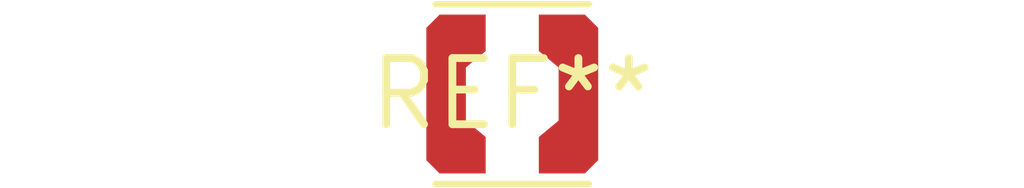
<source format=kicad_pcb>
(kicad_pcb (version 20240108) (generator pcbnew)
  (layers (0 "F.Cu" signal) (31 "B.Cu" signal) (34 "B.Paste" user) (35 "F.Paste" user) (36 "B.SilkS" user "B.Silkscreen") (37 "F.SilkS" user "F.Silkscreen") (38 "B.Mask" user) (39 "F.Mask" user) (44 "Edge.Cuts" user))
  (net 0 "")
  (footprint "L_Coilcraft_LPS3010" (layer "F.Cu") (at 0 0)
    (property "Reference" "REF**")
    (property "Value" "L_Coilcraft_LPS3010")
    (fp_line (start -1.475 -1.725) (end 1.475 -1.725) (layer "F.SilkS") (stroke (width 0.12)))
    (fp_line (start -1.475 1.725) (end 1.475 1.725) (layer "F.SilkS") (stroke (width 0.12)))
    (pad "1" smd custom (at -1.27 0) (size 0.76 2.54) (layers "F.Cu" "F.Paste" "F.Mask") (options (clearance outline) (anchor rect)) (primitives (gr_poly (pts (xy 0.76 -0.825) (xy 0.38 -0.51) (xy 0.38 0.51) (xy 0.76 0.825) (xy 0.76 1.525) (xy -0.125 1.525) (xy -0.38 1.27) (xy -0.38 -1.27) (xy -0.125 -1.525) (xy 0.76 -1.525)) (width 0) (fill yes))))
    (pad "2" smd custom (at 1.27 0 180) (size 0.76 2.54) (layers "F.Cu" "F.Paste" "F.Mask") (options (clearance outline) (anchor rect)) (primitives (gr_poly (pts (xy 0.76 -0.825) (xy 0.38 -0.51) (xy 0.38 0.51) (xy 0.76 0.825) (xy 0.76 1.525) (xy -0.125 1.525) (xy -0.38 1.27) (xy -0.38 -1.27) (xy -0.125 -1.525) (xy 0.76 -1.525)) (width 0) (fill yes))))
  )
)
</source>
